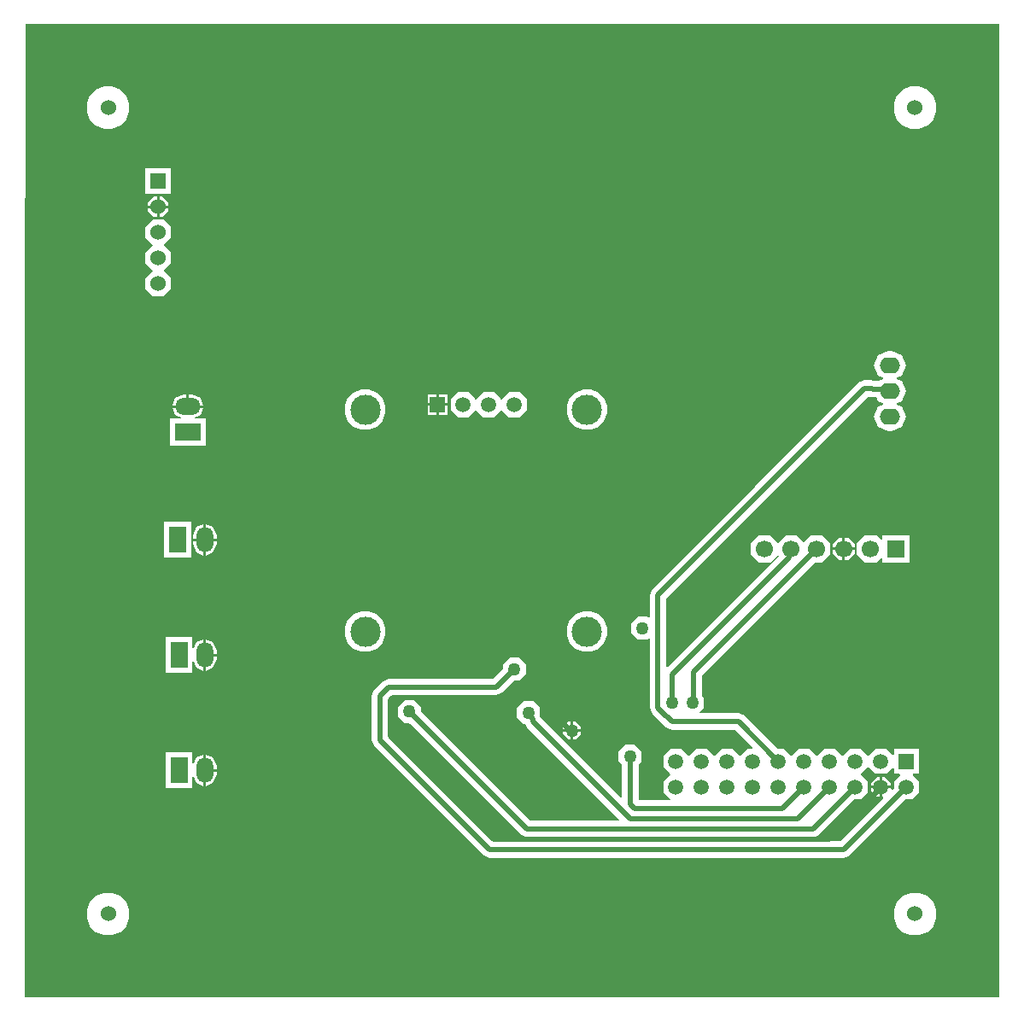
<source format=gbl>
G04*
G04 #@! TF.GenerationSoftware,Altium Limited,Altium Designer,21.3.2 (30)*
G04*
G04 Layer_Physical_Order=2*
G04 Layer_Color=16711680*
%FSTAX44Y44*%
%MOMM*%
G71*
G04*
G04 #@! TF.SameCoordinates,A78F6EBE-983C-407D-AA9D-1AE5E041EF29*
G04*
G04*
G04 #@! TF.FilePolarity,Positive*
G04*
G01*
G75*
%ADD19R,1.7000X1.7000*%
%ADD41C,0.5080*%
%ADD43R,1.5080X1.5080*%
%ADD44C,1.5080*%
%ADD45C,3.0000*%
%ADD46R,1.6510X2.5400*%
%ADD47O,1.6510X2.5400*%
%ADD48C,1.7000*%
%ADD49C,1.5000*%
%ADD50R,1.5000X1.5000*%
%ADD51C,1.5240*%
%ADD52R,1.5240X1.5240*%
%ADD53R,2.5400X1.6510*%
%ADD54O,2.5400X1.6510*%
%ADD55O,2.0000X1.6000*%
%ADD56C,1.2700*%
G36*
X00983727Y00017033D02*
X00017033D01*
X00017033Y0063382D01*
X00018038Y00982457D01*
X00983727D01*
X00983727Y00017033D01*
D02*
G37*
%LPC*%
G36*
X00904193Y0092108D02*
X00895807D01*
X00888059Y00917871D01*
X00882129Y00911941D01*
X0087892Y00904193D01*
Y00895807D01*
X00882129Y00888059D01*
X00888059Y00882129D01*
X00895807Y0087892D01*
X00904193D01*
X00911941Y00882129D01*
X00917871Y00888059D01*
X0092108Y00895807D01*
Y00904193D01*
X00917871Y00911941D01*
X00911941Y00917871D01*
X00904193Y0092108D01*
D02*
G37*
G36*
X00104193D02*
X00095807D01*
X00088059Y00917871D01*
X00082129Y00911941D01*
X0007892Y00904193D01*
Y00895807D01*
X00082129Y00888059D01*
X00088059Y00882129D01*
X00095807Y0087892D01*
X00104193D01*
X00111941Y00882129D01*
X00117871Y00888059D01*
X0012108Y00895807D01*
Y00904193D01*
X00117871Y00911941D01*
X00111941Y00917871D01*
X00104193Y0092108D01*
D02*
G37*
G36*
X0016256Y0083947D02*
X0013716D01*
Y0081407D01*
X0016256D01*
Y0083947D01*
D02*
G37*
G36*
X00154068Y0081153D02*
X0015113D01*
Y0080264D01*
X0016002D01*
Y00805578D01*
X00154068Y0081153D01*
D02*
G37*
G36*
X0014859D02*
X00145652D01*
X001397Y00805578D01*
Y0080264D01*
X0014859D01*
Y0081153D01*
D02*
G37*
G36*
X0016002Y008001D02*
X0015113D01*
Y0079121D01*
X00154068D01*
X0016002Y00797162D01*
Y008001D01*
D02*
G37*
G36*
X0014859D02*
X001397D01*
Y00797162D01*
X00145652Y0079121D01*
X0014859D01*
Y008001D01*
D02*
G37*
G36*
X0015512Y0078867D02*
X001446D01*
X0013716Y0078123D01*
Y0077071D01*
X001446Y0076327D01*
X0013716Y00755831D01*
Y0074531D01*
X001446Y0073787D01*
X0013716Y00730431D01*
Y0071991D01*
X001446Y0071247D01*
X0015512D01*
X0016256Y0071991D01*
Y00730431D01*
X0015512Y0073787D01*
X0016256Y0074531D01*
Y00755831D01*
X0015512Y0076327D01*
X0016256Y0077071D01*
Y0078123D01*
X0015512Y0078867D01*
D02*
G37*
G36*
X0087703Y00658048D02*
X0087303D01*
X00863019Y00653901D01*
X00858872Y0064389D01*
X00863019Y00633879D01*
X00867978Y00631825D01*
Y00630555D01*
X00863807Y00628827D01*
X00858463D01*
X00857375Y00629278D01*
X0084979D01*
X00843958Y00626862D01*
X00741643Y00524547D01*
X00741474Y0052414D01*
X00639328Y00421994D01*
X00636912Y00416162D01*
Y00394372D01*
X00635739Y00393886D01*
X00634655Y0039497D01*
X00625186D01*
X0061849Y00388274D01*
Y00378806D01*
X00625186Y0037211D01*
X00634655D01*
X00635739Y00373194D01*
X00636912Y00372708D01*
Y00304093D01*
X00639328Y00298261D01*
X00647511Y00290078D01*
X00648718Y00289578D01*
X00653298Y00284998D01*
X0065913Y00282582D01*
X00721754D01*
X00739122Y00265213D01*
X00738636Y0026404D01*
X00733929D01*
X00727288Y00257399D01*
X0072644Y00256761D01*
X00725592Y00257399D01*
X00718951Y0026404D01*
X00708529D01*
X00701888Y00257399D01*
X0070104Y00256761D01*
X00700192Y00257399D01*
X00693551Y0026404D01*
X00683129D01*
X00676488Y00257399D01*
X0067564Y00256761D01*
X00674792Y00257399D01*
X00668151Y0026404D01*
X00657729D01*
X0065036Y00256671D01*
Y00246249D01*
X00657001Y00239608D01*
X00657639Y0023876D01*
X00657001Y00237912D01*
X0065036Y00231271D01*
Y00220849D01*
X00657221Y00213988D01*
X00656695Y00212718D01*
X00625759D01*
Y00248332D01*
X00628941Y00251515D01*
Y00260984D01*
X00622245Y00267679D01*
X00612776D01*
X00606081Y00260984D01*
Y00251515D01*
X00609263Y00248332D01*
Y00216099D01*
X0060809Y00215613D01*
X00528495Y00295208D01*
X0052832Y0029563D01*
Y00304454D01*
X00521624Y0031115D01*
X00512155D01*
X0050546Y00304454D01*
Y00294986D01*
X00512155Y0028829D01*
X00513825D01*
X00515056Y00285318D01*
X00606803Y00193571D01*
X00606317Y00192398D01*
X00519036D01*
X0041021Y00301224D01*
Y00305725D01*
X00403515Y0031242D01*
X00394045D01*
X0038735Y00305725D01*
Y00296255D01*
X00394045Y0028956D01*
X00398546D01*
X00509788Y00178318D01*
X0051562Y00175902D01*
X0079883D01*
X00804662Y00178318D01*
X00839824Y0021348D01*
X00845951D01*
X0085332Y00220849D01*
Y00231271D01*
X00846679Y00237912D01*
X00846041Y0023876D01*
X00846679Y00239608D01*
X00852592Y00245521D01*
X0085344Y00246159D01*
X00854288Y00245521D01*
X00860929Y0023888D01*
X00871351D01*
X0087769Y00245219D01*
X0087896Y00244693D01*
Y0023888D01*
X00884773D01*
X00885299Y0023761D01*
X0087896Y00231271D01*
Y00225144D01*
X00877353Y00223538D01*
X0087618Y00224023D01*
Y0022479D01*
X0086741D01*
Y0021602D01*
X00868176D01*
X00868662Y00214847D01*
X00825894Y00172078D01*
X00481808D01*
X00377818Y00276068D01*
Y00312776D01*
X00381914Y00316872D01*
X0048514D01*
X00490972Y00319288D01*
X00503154Y0033147D01*
X00507654D01*
X0051435Y00338166D01*
Y00347635D01*
X00507654Y0035433D01*
X00498186D01*
X0049149Y00347635D01*
Y00343134D01*
X00481724Y00333368D01*
X00378497D01*
X00372665Y00330952D01*
X00363738Y00322025D01*
X00361322Y00316193D01*
Y00272652D01*
X00363738Y00266819D01*
X0047256Y00157998D01*
X00478392Y00155582D01*
X0082931D01*
X00835142Y00157998D01*
X00890624Y0021348D01*
X00896751D01*
X0090412Y00220849D01*
Y00231271D01*
X00897781Y0023761D01*
X00898307Y0023888D01*
X0090412D01*
Y0026404D01*
X0087896D01*
Y00258227D01*
X0087769Y00257701D01*
X00871351Y0026404D01*
X00860929D01*
X00854288Y00257399D01*
X0085344Y00256761D01*
X00852592Y00257399D01*
X00845951Y0026404D01*
X00835529D01*
X00828888Y00257399D01*
X0082804Y00256761D01*
X00827192Y00257399D01*
X00820551Y0026404D01*
X00810129D01*
X00803488Y00257399D01*
X0080264Y00256761D01*
X00801792Y00257399D01*
X00795151Y0026404D01*
X00784729D01*
X00778088Y00257399D01*
X0077724Y00256761D01*
X00776392Y00257399D01*
X00769751Y0026404D01*
X00763624D01*
X00731002Y00296662D01*
X0072517Y00299078D01*
X00686472D01*
X00685986Y00300251D01*
X00690527Y00304792D01*
Y00314261D01*
X00688803Y00315985D01*
Y00336778D01*
X00800724Y004487D01*
X00808265D01*
X0081622Y00456655D01*
Y00467905D01*
X00808265Y0047586D01*
X00797015D01*
X0078994Y00468785D01*
X00782865Y0047586D01*
X00771615D01*
X00763905Y0046815D01*
X00756195Y0047586D01*
X00744945D01*
X0073699Y00467905D01*
Y00456655D01*
X00744945Y004487D01*
X00756195D01*
X00763905Y0045641D01*
X0076498Y00455335D01*
X00654581Y00344935D01*
X00653408Y00345421D01*
Y00412745D01*
X00753307Y00512645D01*
X00753476Y00513051D01*
X00853206Y00612782D01*
X00856738D01*
X00857826Y00612332D01*
X00861423D01*
X00863019Y00608479D01*
X00867978Y00606425D01*
Y00605155D01*
X00863019Y00603101D01*
X00858872Y0059309D01*
X00863019Y00583079D01*
X0087303Y00578932D01*
X0087703D01*
X00887041Y00583079D01*
X00891188Y0059309D01*
X00887041Y00603101D01*
X00882082Y00605155D01*
Y00606425D01*
X00887041Y00608479D01*
X00891188Y0061849D01*
X00887041Y00628501D01*
X00882082Y00630555D01*
Y00631825D01*
X00887041Y00633879D01*
X00891188Y0064389D01*
X00887041Y00653901D01*
X0087703Y00658048D01*
D02*
G37*
G36*
X00508147Y0061784D02*
X00497693D01*
X00491085Y00611232D01*
X0049022Y00610514D01*
X00489355Y00611232D01*
X00482747Y0061784D01*
X00472293D01*
X00465685Y00611232D01*
X0046482Y00610514D01*
X00463955Y00611232D01*
X00457347Y0061784D01*
X00446893D01*
X004395Y00610447D01*
Y00599993D01*
X00446893Y005926D01*
X00457347D01*
X00463955Y00599208D01*
X0046482Y00599926D01*
X00465685Y00599208D01*
X00472293Y005926D01*
X00482747D01*
X00489355Y00599208D01*
X0049022Y00599926D01*
X00491085Y00599208D01*
X00497693Y005926D01*
X00508147D01*
X0051554Y00599993D01*
Y00610447D01*
X00508147Y0061784D01*
D02*
G37*
G36*
X004368Y006153D02*
X0042799D01*
Y0060649D01*
X004368D01*
Y006153D01*
D02*
G37*
G36*
X0042545D02*
X0041664D01*
Y0060649D01*
X0042545D01*
Y006153D01*
D02*
G37*
G36*
X00183515Y00614934D02*
X0018034D01*
Y0060452D01*
X00194673D01*
X00191777Y00611512D01*
X00183515Y00614934D01*
D02*
G37*
G36*
X001778D02*
X00174625D01*
X00166363Y00611512D01*
X00163467Y0060452D01*
X001778D01*
Y00614934D01*
D02*
G37*
G36*
X004368Y0060395D02*
X0042799D01*
Y0059514D01*
X004368D01*
Y0060395D01*
D02*
G37*
G36*
X0042545D02*
X0041664D01*
Y0059514D01*
X0042545D01*
Y0060395D01*
D02*
G37*
G36*
X00578814Y006203D02*
X00570826D01*
X00563446Y00617243D01*
X00557797Y00611594D01*
X0055474Y00604214D01*
Y00596226D01*
X00557797Y00588846D01*
X00563446Y00583197D01*
X00570826Y0058014D01*
X00578814D01*
X00586194Y00583197D01*
X00591843Y00588846D01*
X005949Y00596226D01*
Y00604214D01*
X00591843Y00611594D01*
X00586194Y00617243D01*
X00578814Y006203D01*
D02*
G37*
G36*
X00358814D02*
X00350826D01*
X00343446Y00617243D01*
X00337797Y00611594D01*
X0033474Y00604214D01*
Y00596226D01*
X00337797Y00588846D01*
X00343446Y00583197D01*
X00350826Y0058014D01*
X00358814D01*
X00366194Y00583197D01*
X00371843Y00588846D01*
X003749Y00596226D01*
Y00604214D01*
X00371843Y00611594D01*
X00366194Y00617243D01*
X00358814Y006203D01*
D02*
G37*
G36*
X00194673Y0060198D02*
X0017907D01*
X00163467D01*
X00166363Y00594988D01*
X00172478Y00592455D01*
X00172225Y00591185D01*
X0016129D01*
Y00564515D01*
X0019685D01*
Y00591185D01*
X00185915D01*
X00185662Y00592455D01*
X00191777Y00594988D01*
X00194673Y0060198D01*
D02*
G37*
G36*
X00197104Y00486773D02*
Y0047244D01*
X00207519D01*
Y00475615D01*
X00204096Y00483877D01*
X00197104Y00486773D01*
D02*
G37*
G36*
X00194564D02*
X00187572Y00483877D01*
X0018415Y00475615D01*
Y0047244D01*
X00194564D01*
Y00486773D01*
D02*
G37*
G36*
X0089496Y0047586D02*
X008678D01*
Y00471324D01*
X00866627Y00470838D01*
X00861605Y0047586D01*
X00850355D01*
X008424Y00467905D01*
Y00456655D01*
X00850355Y004487D01*
X00861605D01*
X00866627Y00453722D01*
X008678Y00453236D01*
Y004487D01*
X0089496D01*
Y0047586D01*
D02*
G37*
G36*
X00833883Y0047332D02*
X0083058D01*
Y0046355D01*
X0084035D01*
Y00466853D01*
X00833883Y0047332D01*
D02*
G37*
G36*
X0082804D02*
X00824737D01*
X0081827Y00466853D01*
Y0046355D01*
X0082804D01*
Y0047332D01*
D02*
G37*
G36*
X00207519Y004699D02*
X00197104D01*
Y00455567D01*
X00204096Y00458463D01*
X00207519Y00466725D01*
Y004699D01*
D02*
G37*
G36*
X00194564D02*
X0018415D01*
Y00466725D01*
X00187572Y00458463D01*
X00194564Y00455567D01*
Y004699D01*
D02*
G37*
G36*
X00182499Y0048895D02*
X00155829D01*
Y0045339D01*
X00182499D01*
Y0048895D01*
D02*
G37*
G36*
X0084035Y0046101D02*
X0083058D01*
Y0045124D01*
X00833883D01*
X0084035Y00457707D01*
Y0046101D01*
D02*
G37*
G36*
X0082804D02*
X0081827D01*
Y00457707D01*
X00824737Y0045124D01*
X0082804D01*
Y0046101D01*
D02*
G37*
G36*
X00578814Y004003D02*
X00570826D01*
X00563446Y00397243D01*
X00557797Y00391594D01*
X0055474Y00384214D01*
Y00376226D01*
X00557797Y00368846D01*
X00563446Y00363197D01*
X00570826Y0036014D01*
X00578814D01*
X00586194Y00363197D01*
X00591843Y00368846D01*
X005949Y00376226D01*
Y00384214D01*
X00591843Y00391594D01*
X00586194Y00397243D01*
X00578814Y004003D01*
D02*
G37*
G36*
X00358814D02*
X00350826D01*
X00343446Y00397243D01*
X00337797Y00391594D01*
X0033474Y00384214D01*
Y00376226D01*
X00337797Y00368846D01*
X00343446Y00363197D01*
X00350826Y0036014D01*
X00358814D01*
X00366194Y00363197D01*
X00371843Y00368846D01*
X003749Y00376226D01*
Y00384214D01*
X00371843Y00391594D01*
X00366194Y00397243D01*
X00358814Y004003D01*
D02*
G37*
G36*
X00197104Y00372473D02*
Y0035814D01*
X00207519D01*
Y00361315D01*
X00204096Y00369577D01*
X00197104Y00372473D01*
D02*
G37*
G36*
X00207519Y003556D02*
X00197104D01*
Y00341267D01*
X00204096Y00344163D01*
X00207519Y00352425D01*
Y003556D01*
D02*
G37*
G36*
X00183769Y0037465D02*
X00157099D01*
Y0033909D01*
X00183769D01*
Y00350025D01*
X00185039Y00350278D01*
X00187572Y00344163D01*
X00194564Y00341267D01*
Y0035687D01*
Y00372473D01*
X00187572Y00369577D01*
X00185039Y00363462D01*
X00183769Y00363715D01*
Y0037465D01*
D02*
G37*
G36*
X00563752Y0029083D02*
X0056134D01*
Y0028321D01*
X0056896D01*
Y00285622D01*
X00563752Y0029083D01*
D02*
G37*
G36*
X005588D02*
X00556388D01*
X0055118Y00285622D01*
Y0028321D01*
X005588D01*
Y0029083D01*
D02*
G37*
G36*
X0056896Y0028067D02*
X0056134D01*
Y0027305D01*
X00563752D01*
X0056896Y00278258D01*
Y0028067D01*
D02*
G37*
G36*
X005588D02*
X0055118D01*
Y00278258D01*
X00556388Y0027305D01*
X005588D01*
Y0028067D01*
D02*
G37*
G36*
X00197104Y00258173D02*
Y0024384D01*
X00207519D01*
Y00247015D01*
X00204096Y00255277D01*
X00197104Y00258173D01*
D02*
G37*
G36*
X00870299Y002361D02*
X0086741D01*
Y0022733D01*
X0087618D01*
Y00230219D01*
X00870299Y002361D01*
D02*
G37*
G36*
X0086487D02*
X00861981D01*
X008561Y00230219D01*
Y0022733D01*
X0086487D01*
Y002361D01*
D02*
G37*
G36*
X00207519Y002413D02*
X00197104D01*
Y00226967D01*
X00204096Y00229863D01*
X00207519Y00238125D01*
Y002413D01*
D02*
G37*
G36*
X00183769Y0026035D02*
X00157099D01*
Y0022479D01*
X00183769D01*
Y00235725D01*
X00185039Y00235978D01*
X00187572Y00229863D01*
X00194564Y00226967D01*
Y0024257D01*
Y00258173D01*
X00187572Y00255277D01*
X00185039Y00249162D01*
X00183769Y00249415D01*
Y0026035D01*
D02*
G37*
G36*
X0086487Y0022479D02*
X008561D01*
Y00221901D01*
X00861981Y0021602D01*
X0086487D01*
Y0022479D01*
D02*
G37*
G36*
X00904193Y0012108D02*
X00895807D01*
X00888059Y00117871D01*
X00882129Y00111941D01*
X0087892Y00104193D01*
Y00095807D01*
X00882129Y00088059D01*
X00888059Y00082129D01*
X00895807Y0007892D01*
X00904193D01*
X00911941Y00082129D01*
X00917871Y00088059D01*
X0092108Y00095807D01*
Y00104193D01*
X00917871Y00111941D01*
X00911941Y00117871D01*
X00904193Y0012108D01*
D02*
G37*
G36*
X00104193D02*
X00095807D01*
X00088059Y00117871D01*
X00082129Y00111941D01*
X0007892Y00104193D01*
Y00095807D01*
X00082129Y00088059D01*
X00088059Y00082129D01*
X00095807Y0007892D01*
X00104193D01*
X00111941Y00082129D01*
X00117871Y00088059D01*
X0012108Y00095807D01*
Y00104193D01*
X00117871Y00111941D01*
X00111941Y00117871D01*
X00104193Y0012108D01*
D02*
G37*
%LPD*%
D19*
X0088138Y0046228D02*
D03*
D41*
X0084979Y0062103D02*
X00857375D01*
X00857826Y00620579D01*
X00872941D01*
X0087503Y0061849D01*
X00747475Y00518715D02*
X0084979Y0062103D01*
X00747475Y00518477D02*
Y00518715D01*
X0064516Y00416162D02*
X00747475Y00518477D01*
X0064516Y00304093D02*
Y00416162D01*
Y00304093D02*
X00653344Y0029591D01*
X0065405D01*
X0065913Y0029083D01*
X0072517D01*
X0076454Y0025146D01*
X0076454D01*
X00680555Y00310985D02*
Y00340195D01*
X0080264Y0046228D01*
X0065913Y0030988D02*
Y0033782D01*
X00774959Y00453649D02*
Y00459999D01*
X0065913Y0033782D02*
X00774959Y00453649D01*
Y00459999D02*
X0077724Y0046228D01*
X00679097Y00309527D02*
X00680555Y00310985D01*
X0051689Y00297658D02*
Y0029972D01*
Y00297658D02*
X00520888Y0029366D01*
Y0029115D02*
Y0029366D01*
Y0029115D02*
X00617728Y0019431D01*
X00617511Y00208896D02*
Y00256249D01*
Y00208896D02*
X00621937Y0020447D01*
X0076835D01*
X00617728Y0019431D02*
X0078359D01*
X0039878Y0030099D02*
X0051562Y0018415D01*
X0079883D01*
X004826Y0017399D02*
X0081534D01*
X0037973Y0027686D02*
X004826Y0017399D01*
X0036957Y00272652D02*
X00478392Y0016383D01*
X0082931D01*
X0036957Y00272652D02*
Y00316193D01*
X0048514Y0032512D02*
X0050292Y003429D01*
X00378497Y0032512D02*
X0048514D01*
X0036957Y00316193D02*
X00378497Y0032512D01*
X0037973Y0027686D02*
Y00311984D01*
X0039878Y0030099D02*
Y0030099D01*
X00525217Y0031496D02*
X00558237Y0028194D01*
X0056007D01*
X00382706Y0031496D02*
X00525217D01*
X0037973Y00311984D02*
X00382706Y0031496D01*
X0078359Y0019431D02*
X0081534Y0022606D01*
X0079883Y0018415D02*
X0084074Y0022606D01*
X0082931Y0016383D02*
X0089154Y0022606D01*
X0081534Y0017399D02*
X0086868Y0022733D01*
X0076835Y0020447D02*
X0078994Y0022606D01*
D43*
X0042672Y0060522D02*
D03*
D44*
X0045212D02*
D03*
X0047752D02*
D03*
X0050292D02*
D03*
D45*
X0035482Y0060022D02*
D03*
X0057482D02*
D03*
Y0038022D02*
D03*
X0035482D02*
D03*
D46*
X00170434Y0024257D02*
D03*
Y0035687D02*
D03*
X00169164Y0047117D02*
D03*
D47*
X00195834Y0024257D02*
D03*
Y0035687D02*
D03*
Y0047117D02*
D03*
D48*
X0085598Y0046228D02*
D03*
X0082931D02*
D03*
X0080264D02*
D03*
X0077724D02*
D03*
X0075057D02*
D03*
D49*
X0066294Y0022606D02*
D03*
Y0025146D02*
D03*
X0068834Y0022606D02*
D03*
Y0025146D02*
D03*
X0071374Y0022606D02*
D03*
Y0025146D02*
D03*
X0073914Y0022606D02*
D03*
Y0025146D02*
D03*
X0076454Y0022606D02*
D03*
Y0025146D02*
D03*
X0078994Y0022606D02*
D03*
Y0025146D02*
D03*
X0081534Y0022606D02*
D03*
Y0025146D02*
D03*
X0084074Y0022606D02*
D03*
Y0025146D02*
D03*
X0086614Y0022606D02*
D03*
Y0025146D02*
D03*
X0089154Y0022606D02*
D03*
D50*
Y0025146D02*
D03*
D51*
X0014986Y0072517D02*
D03*
Y0075057D02*
D03*
Y0077597D02*
D03*
Y0080137D02*
D03*
X001Y009D02*
D03*
X009D02*
D03*
Y001D02*
D03*
X001D02*
D03*
D52*
X0014986Y0082677D02*
D03*
D53*
X0017907Y0057785D02*
D03*
D54*
Y0060325D02*
D03*
D55*
X0087503Y0059309D02*
D03*
Y0061849D02*
D03*
Y0064389D02*
D03*
D56*
X0051689Y0029972D02*
D03*
X0056007Y0028194D02*
D03*
X0039878Y0030099D02*
D03*
X0062992Y0038354D02*
D03*
X0065913Y0030988D02*
D03*
X0050292Y003429D02*
D03*
X00679097Y00309527D02*
D03*
X00617511Y00256249D02*
D03*
M02*

</source>
